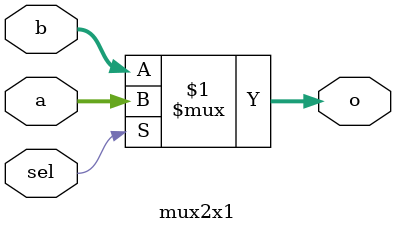
<source format=v>
`timescale 1ns / 1ps
module main(rst, clk, alu_z, Anode_Activate, LED_out);
input rst, clk;						// 1 button to reset, clock signal as input
output alu_z;						// An LED turned ON if result is zero
output reg[7:0] Anode_Activate;		// Anodes to control 7-segments
output reg [6:0] LED_out;			// output result to be sent on 7-segments
wire [31:0] pc;

wire [31:0] Result;
	// ALL modules will be called in this file. Code will be executed and results will be shown on 7-segment display
// Code segment for BCD to 7-segment Decoder. Keep this code as it is
reg [31:0] counter;		// A 32 bit flashing counter
reg toggle = 0;			// A variable to toggle between two 7-segments 

always @(posedge clk)
    begin
            if(counter>=100000) begin
                 counter <= 0;
				 toggle = ~toggle; end
            else begin
                counter <= counter + 1;
				end
    end 
    // anode activating signals for 8 segments, digit period of 1ms
    // decoder to generate anode signals 
    always @(*)
    begin
        case(toggle)
        1'b0: begin
            Anode_Activate = 8'b01111111; 
            // activate SEGMENT1 and Deactivate all others
              end
        1'b1: begin
            Anode_Activate = 8'b10111111; 
            // activate LED2 and Deactivate all others    
               end
        endcase
    end
    // Cathode patterns of the 7-segment 1 LED display 
    wire [31:0]hardwire;
    assign Result= hardwire;
    
    always @(*)
    begin
	if (toggle) begin
        case(Result)				// First 4 bits of Result from ALU will be displayed on 1st segment
        32'b0000: LED_out = 7'b0000001; // "0"     
        32'b0001: LED_out = 7'b1001111; // "1" 
        32'b0010: LED_out = 7'b0010010; // "2" 
        32'b0011: LED_out = 7'b0000110; // "3" 
        32'b0100: LED_out = 7'b1001100; // "4" 
        32'b0101: LED_out = 7'b0100100; // "5" 
        32'b0110: LED_out = 7'b0100000; // "6" 
        32'b0111: LED_out = 7'b0001111; // "7" 
        32'b1000: LED_out = 7'b0000000; // "8"     
        32'b1001: LED_out = 7'b0000100; // "9"
		32'b1010: LED_out = 7'b0001000; // "A"     
        32'b1011: LED_out = 7'b1100000; // "b"     
        32'b1100: LED_out = 7'b0110001; // "C"     
        32'b1101: LED_out = 7'b1000010; // "d"     
        32'b1110: LED_out = 7'b0110000; // "E"     
        32'b1111: LED_out = 7'b0111000; // "F"     
        
        default: LED_out = 7'b0000001; // "0"
        endcase
		end
    

	// Cathode patterns of the 7-segment 2 LED display
if(!toggle) begin	
        case(Result[7:4])			// Next 4 bits of Result from ALU will be displayed on 2nd segment
        4'b0000: LED_out = 7'b0000001; // "0"     
        4'b0001: LED_out = 7'b1001111; // "1" 
        4'b0010: LED_out = 7'b0010010; // "2" 
        4'b0011: LED_out = 7'b0000110; // "3" 
        4'b0100: LED_out = 7'b1001100; // "4" 
        4'b0101: LED_out = 7'b0100100; // "5" 
        4'b0110: LED_out = 7'b0100000; // "6" 
        4'b0111: LED_out = 7'b0001111; // "7" 
        4'b1000: LED_out = 7'b0000000; // "8"     
        4'b1001: LED_out = 7'b0000100; // "9"
		4'b1010: LED_out = 7'b0001000; // "A"     
        4'b1011: LED_out = 7'b1100000; // "b"     
        4'b1100: LED_out = 7'b0110001; // "C"     
        4'b1101: LED_out = 7'b1000010; // "d"     
        4'b1110: LED_out = 7'b0110000; // "E"     
        4'b1111: LED_out = 7'b0111000; // "F"     
        
        default: LED_out = 7'b0000001; // "0"
        endcase
    end
end
    
    
	// Keep writing your code (calling lower module) here!
	wire [31:0] PCNext,PCPlus4,PCTarget,immext;
	wire [6:0] opcode;
	wire [2:0] func3;
	wire [6:0] func7;
    wire PCSrc, MemWrite, ALUSrc, RegWrite, Btype,ZeroOut, CarryOut;
    wire [2:0] ResultSrc;
    wire [3:0] ALUControl;
    wire [1:0]  immsrc;
    wire [31:0] Port_A, Port_B; 
    wire [31:0] Din; 
    wire [4:0] Addr_A, Addr_B, Addr_Wr; 
    wire wr, clk, rst; 
    wire [31:0] RESULT;
    wire [31:0] A,B;
    wire [3:0] ALU_Sel;
    wire [31:0] ALU_Out;
    wire [31:0] Data_Out;
    wire [31:0] Data_In;
    wire [31:0] D_Addr;
    wire [31:0] instruction;
    
    wire [31:0] pcD;
    wire [31:0] instructionD;
    wire [31:0] PCPlus4D;
    
    wire [31:0] RD1E, RD2E;
    wire [31:0] pcE;
    wire [31:0] PCPlus4E;
    wire [4:0] RdE;
    wire [31:0] ImmExtE;
    wire PCSrcE, MemWriteE, ALUSrcE, RegWriteE;
    wire [3:0] ALUControlE;
    wire [2:0] ResultSrcE;
    //wire [1:0] ImmSrcE;
    wire [2:0] func3E;
    wire [6:0] opcodeE;
    
    wire [31:0] ALUResultM;
    wire [31:0] WriteDataM;
    wire [4:0] RdM;
    wire [31:0] PCPlus4M;
    wire ResultSrcM;
    wire RegWriteM;
    wire MemWriteM;
    
    wire [31:0] ReadDataW;
    wire [31:0] ALUResultW;
    wire [31:0]PCPlus4W;
    wire [4:0] RdW;
    wire ResultSrcW;
    wire RegWriteW;
    
    
    reg_if_id IF_ID (.clk(clk),.rst(rst),.pc(pc),.instruction(instruction),.PCPlus4(PCPlus4),
                .pcD(pcD),.instructionD(instructionD),.PCPlus4D(PCPlus4D));
     
    reg_id_ex ID_EX(.clk(clk),.rst(rst),.Port_A(Port_A), .Port_B(Port_B),.pcD(pcD),.PCPlus4D(PCPlus4D),.instructionD(instructionD),
               .immext(immext),.PCSrc(PCSrc), .MemWrite(MemWrite), .ALUSrc(ALUSrc), 
               .RegWrite(RegWrite),.ALUControl(ALUControl),.ResultSrc(ResultSrc),
               .RD1E(RD1E), .RD2E(RD2E),.pcE(pcE),.PCPlus4E(PCPlus4E),.RdE(RdE),.ImmExtE(ImmExtE),.PCSrcE(PCSrcE), .MemWriteE(MemWriteE),
               .ALUSrcE(ALUSrcE), .RegWriteE(RegWriteE),
               .ALUControlE(ALUControlE),.ResultSrcE(ResultSrcE),.func3(instructionD[14:12]),.opcode(instructionD[6:0]),
               .func3E(func3E),.opcodeE(opcodeE));

    
    reg_ex_mem EX_MEM(.clk(clk),.rst(rst),.ALU_Out(ALU_Out),.RD2E(RD2E),.RdE(RdE),.PCPlus4E(PCPlus4E),.ResultSrcE(ResultSrcE),.RegWriteE(RegWriteE),
               .MemWriteE(MemWriteE),
               .ALUResultM(ALUResultM), .WriteDataM(WriteDataM), .RdM(RdM), .PCPlus4M(PCPlus4M), .ResultSrcM(ResultSrcM), 
               .RegWriteM(RegWriteM),
               .MemWriteM(MemWriteM));
    
    reg_mem_wb MEM_WB(.clk(clk),.rst(rst),.Data_Out(Data_Out),.ALUResultM(ALUResultM),.RdM(RdM),.PCPlus4M(PCPlus4M),
                 .ResultSrcM(ResultSrcM),.RegWriteM(RegWriteM),.ReadDataW(ReadDataW),.ALUResultW(ALUResultW),.PCPlus4W(PCPlus4W),
                 .RdW(RdW),.ResultSrcW(ResultSrcW),.RegWriteW(RegWriteW));
    
    Control_Unit controller(.opcode(instructionD[6:0]) , .func3(instructionD[14:12]) , .func7(instructionD[31:25]),
                                         .ResultSrc(ResultSrc), .MemWrite(MemWrite), .ALUSrc(ALUSrc), .RegWrite(RegWrite),
                                         .ALUControl(ALUControl),
                                         .ImmSrc(immsrc));
    
	CSR control_status_register(.pcE(PCPlus4D),.epc(epc),.interrupt(hardwire),.mret(mret),.interrupt_en(interrupt_en),.clk(clk),
				.stopped_interrupt(stopped_interrupt));

    module_for_PCSrc PCSrc_module(.ZeroOut(ZeroOut),.CarryOut(CarryOut),.opcodeE(opcodeE),.func3E(func3E),.PCSrc(PCSrc));                                           
                                             
	adder pcplus4ins(.a(pc),.b(32'h4),.y(PCPlus4));
	
	adder pctargetins(.a(pcE),.b(ImmExtE),.y(PCTarget));
	
	//mux2x1 pcmux(.sel(PCSrc),.b(PCPlus4),.a(PCTarget),.o(PCNext));
	
	instruction_memory instructionmemory(.pc(pc),.instruction(instruction));
	
	hazard_module hazard(.rs1D(rs1),.rs2D(rs2),.rs1E(rs1E),.rs2E(rs2E),.rdE(RdE),.interrupt_en(interrupt_en),
						.rdM(RdE),.rdW(RdM),.ResultSrcE0(ResultSrc[0]),.RegWriteM(RegWriteE),
						.RegWriteW(RegWrite_out),.StallF(StallF),.StallD(StallD),.FlushE(FlushE),.FlushD(FlushD),
						.ForwardAE(ForwardAE),.ForwardBE(ForwardBE),.PCSrcE(PCSrc),.FlushM(FlushM),.stopped_interrupt(stopped_interrupt));
	
	
	mux2x1 middle(.sel(ALUSrcE),.b(RD2E),.a(ImmExtE),.o(B));
	                  
    extend ext(.instruction(instructionD[31:7]), .immsrc(immsrc), .immext(immext));
     
    register_file registerfile(.Port_A(Port_A), .Port_B(Port_B),.hardwire(hardwire), .RESULT(RESULT), 
                                .Addr_A(instructionD[19:15]), .Addr_B(instructionD[24:20]), .Addr_Wr(RdW), 
                                .wr(RegWriteW), .clk(clk),.rst(rst));
     
    alu alu( .A(RD1E),.B(B),.ALU_Sel(ALUControlE),.ALU_Out(ALU_Out),.CarryOut(CarryOut), .ZeroOut(ZeroOut));
     
    //address_gen AddressGenerator(.pc(pc),.PCNext(PCNext),.clk(clk),.rst(rst));
    address_gen AddressGenerator(.pc(pc),.PCNext(PCPlus4),.clk(clk),.rst(rst));
    
    Mux3x1 muxatend( .in1(ALUResultW),.in2(ReadDataW),.in3(PCPlus4W), .sel(ResultSrcW),.out(RESULT));
    
    Data_Memory datamemory(.Data_Out(Data_Out),.Data_In(WriteDataM),.D_Addr(ALUResultM), .wr(MemWriteM), .rst(rst),.clk(clk));
     
endmodule







module Control_Unit(input [6:0] opcode , input [2:0] func3 , input [6:0] func7,
					output reg  MemWrite, ALUSrc, RegWrite, 
					output reg [3:0] ALUControl,
					output reg  [2:0] ResultSrc,
					output [1:0] ImmSrc,
					output reg [2:0] instruction_type);			
	// This is the part of Phase-II
	
	always @ (*)
	begin
	case (opcode)
	7'b0010011: instruction_type = 3'd0; //i-type
	7'b1100111: instruction_type = 3'd0; //i-type jalr
	7'b0000011: instruction_type = 3'd0; //lw i-type
	7'b0100011: instruction_type = 3'd1; //sw s-type
	7'b1100011: instruction_type = 3'd2; //b-type
	7'b1101111: instruction_type = 3'd3; //j-type jal
	7'b0110011: instruction_type = 3'd4; //r-type
	7'b0110111: instruction_type = 3'd5; //u-type lui
	7'b0010111: instruction_type = 3'd5; //u-type auipc
	default: instruction_type = 3'd0; 
	endcase
	end
	assign ImmSrc = instruction_type[1:0];
	always @(*)
	begin
	if (instruction_type == 0 || instruction_type == 3'd4 || instruction_type == 3'd5 || instruction_type == 3'd3)
        RegWrite=1;
     else
        RegWrite =0;
            
    if (instruction_type==1)
        MemWrite=1;
    else
        MemWrite=0;
        
    if(opcode == 7'b0000011)
        ResultSrc = 2'b01;
    if (instruction_type==3'd3 || opcode == 7'b1100111)
        ResultSrc =2'b10;    
    else
        ResultSrc =2'b00;
        
    if ( instruction_type== 3'd2 || instruction_type == 3'd4)
        ALUSrc = 0;
    else
        ALUSrc =1;
    end
	
	always @(*)
    begin
        casex({opcode,func3,func7})
        17'b01100110000000000: ALUControl = 4'b0000; //add 
        17'b01100110000100000: ALUControl = 4'b0001; //sub
        17'b01100110000000001: ALUControl = 4'b0010; //mul
        17'b01100111000000001: ALUControl = 4'b0011; //div
        17'b0010011000xxxxxxx: ALUControl = 4'b0000;   //addI 
        17'b1100011000xxxxxxx: ALUControl = 4'b0001;       //beq
        17'b1100011001xxxxxxx: ALUControl = 4'b0001;       //bneq
        17'b1100011100xxxxxxx: ALUControl = 4'b0001; //blt
            
        endcase
    end
	
endmodule



module mux2x1(output [31:0]o,		// 32 bit output
					input[31:0]a,b,		// 32 bit inputs
					input sel			// Selection Signal
			);
			
	assign o = sel ? a:b;
endmodule



</source>
